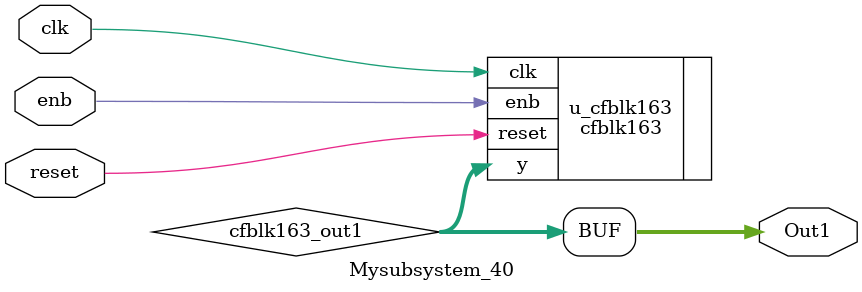
<source format=v>



`timescale 1 ns / 1 ns

module Mysubsystem_40
          (clk,
           reset,
           enb,
           Out1);


  input   clk;
  input   reset;
  input   enb;
  output  [7:0] Out1;  // uint8


  wire [7:0] cfblk163_out1;  // uint8


  cfblk163 u_cfblk163 (.clk(clk),
                       .reset(reset),
                       .enb(enb),
                       .y(cfblk163_out1)  // uint8
                       );

  assign Out1 = cfblk163_out1;

endmodule  // Mysubsystem_40


</source>
